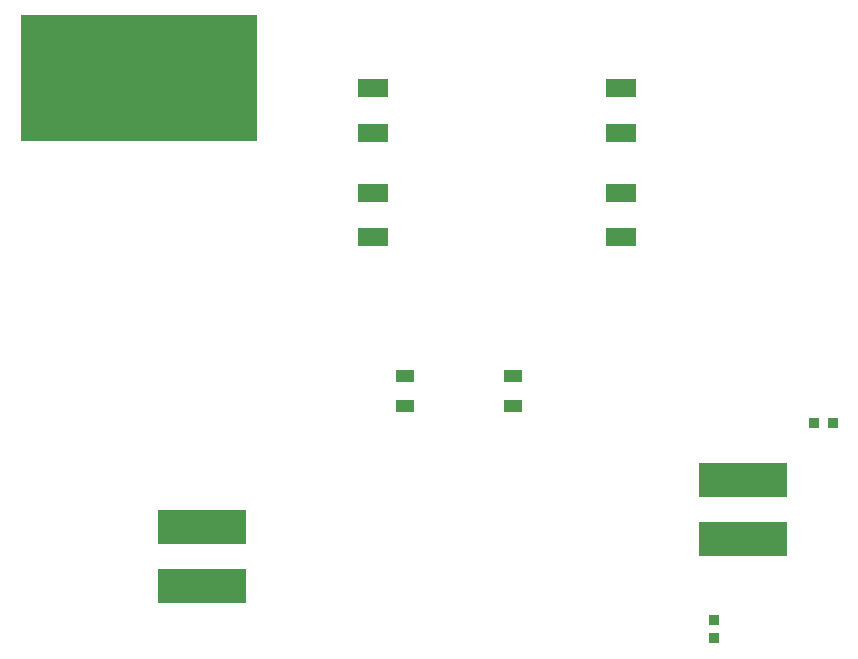
<source format=gbr>
%TF.GenerationSoftware,Altium Limited,Altium Designer,21.6.4 (81)*%
G04 Layer_Color=8421504*
%FSLAX43Y43*%
%MOMM*%
%TF.SameCoordinates,3FCC9EDD-E33D-4AE7-AC82-89E58AA9E509*%
%TF.FilePolarity,Positive*%
%TF.FileFunction,Paste,Top*%
%TF.Part,Single*%
G01*
G75*
%TA.AperFunction,TestPad*%
%ADD10R,7.500X3.000*%
%ADD11R,0.900X0.850*%
%ADD12R,1.600X1.000*%
%ADD13R,2.500X1.500*%
%ADD14R,0.850X0.900*%
%TA.AperFunction,NonConductor*%
%ADD155R,20.066X10.668*%
D10*
X35331Y5644D02*
D03*
Y10644D02*
D03*
X81077Y9667D02*
D03*
Y14667D02*
D03*
D11*
X78644Y1261D02*
D03*
Y2811D02*
D03*
D12*
X61674Y20904D02*
D03*
X52524Y23444D02*
D03*
X61674D02*
D03*
X52524Y20904D02*
D03*
D13*
X49774Y38989D02*
D03*
Y47829D02*
D03*
Y35229D02*
D03*
Y44069D02*
D03*
X70774Y38989D02*
D03*
Y35229D02*
D03*
Y44069D02*
D03*
Y47829D02*
D03*
D14*
X88701Y19474D02*
D03*
X87151D02*
D03*
D155*
X29968Y48691D02*
D03*
%TF.MD5,0ec927db8f1e79bc0b72a9adc06ed666*%
M02*

</source>
